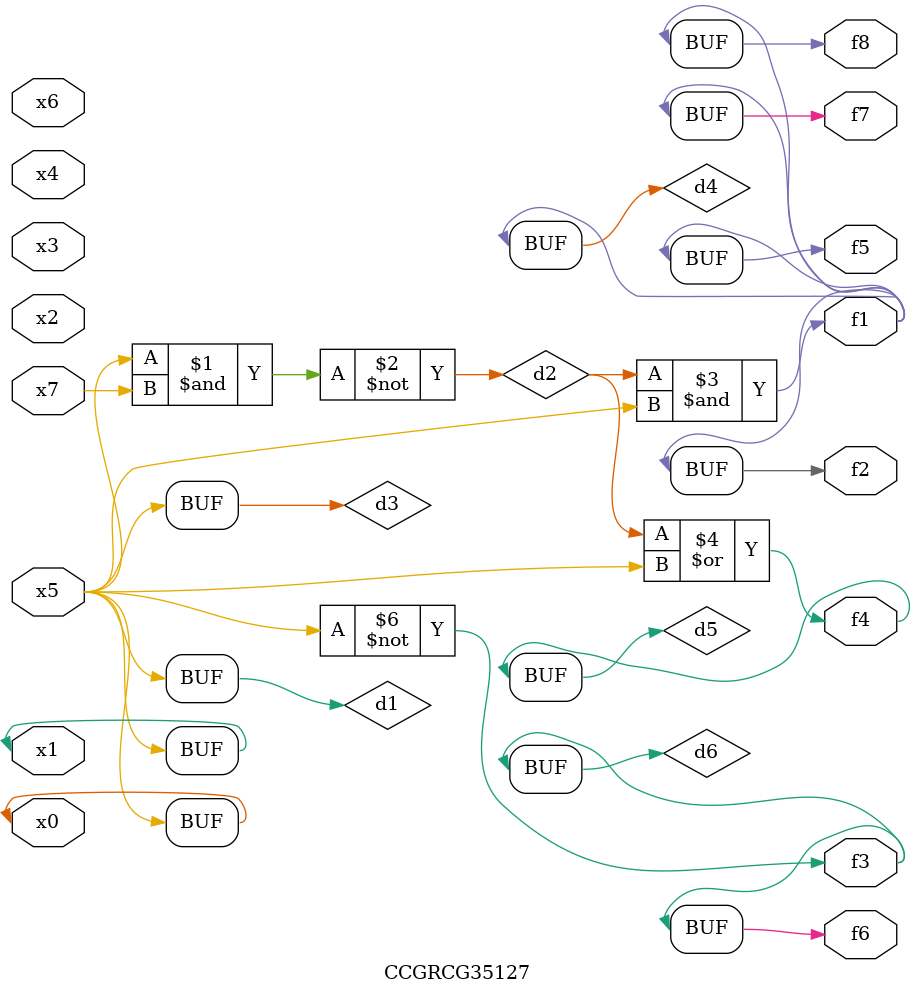
<source format=v>
module CCGRCG35127(
	input x0, x1, x2, x3, x4, x5, x6, x7,
	output f1, f2, f3, f4, f5, f6, f7, f8
);

	wire d1, d2, d3, d4, d5, d6;

	buf (d1, x0, x5);
	nand (d2, x5, x7);
	buf (d3, x0, x1);
	and (d4, d2, d3);
	or (d5, d2, d3);
	nor (d6, d1, d3);
	assign f1 = d4;
	assign f2 = d4;
	assign f3 = d6;
	assign f4 = d5;
	assign f5 = d4;
	assign f6 = d6;
	assign f7 = d4;
	assign f8 = d4;
endmodule

</source>
